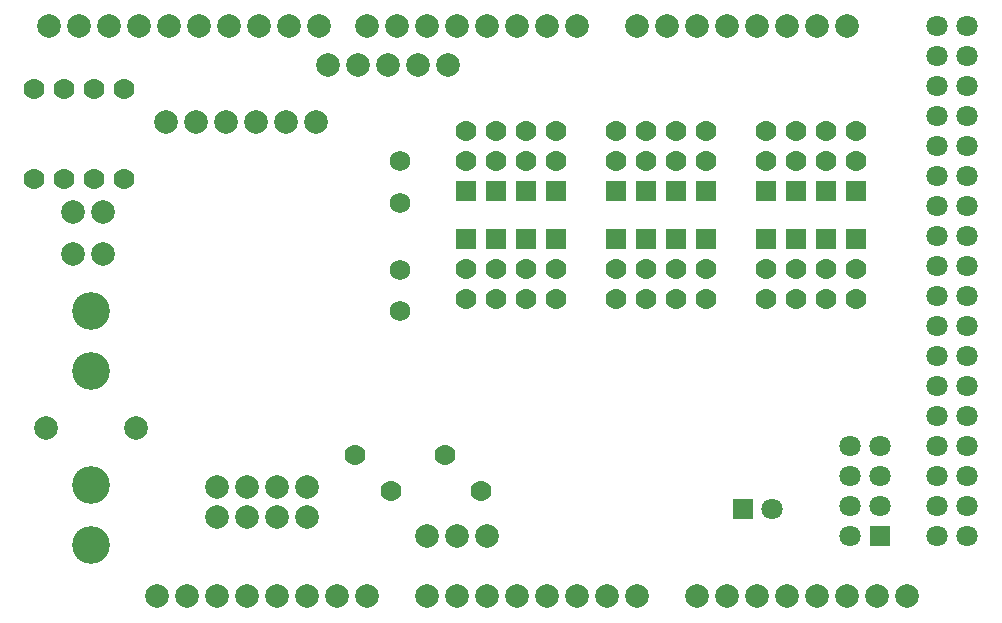
<source format=gts>
G04 ---------------------------- Layer name :TOP SOLDER LAYER*
G04 EasyEDA v5.8.22, Tue, 11 Dec 2018 14:51:01 GMT*
G04 de901bc14a8a460da8383181b7853920*
G04 Gerber Generator version 0.2*
G04 Scale: 100 percent, Rotated: No, Reflected: No *
G04 Dimensions in millimeters *
G04 leading zeros omitted , absolute positions ,3 integer and 3 decimal *
%FSLAX33Y33*%
%MOMM*%
G90*
G71D02*

%ADD30C,1.727200*%
%ADD31C,2.003196*%
%ADD32C,1.803197*%
%ADD33R,1.803197X1.803197*%
%ADD34C,3.203194*%
%ADD35C,1.773199*%
%ADD36R,1.773199X1.773199*%

%LPD*%
G54D30*
G01X33274Y39370D03*
G01X33274Y35852D03*
G54D31*
G01X13462Y42672D03*
G01X16002Y42672D03*
G01X18542Y42672D03*
G01X21082Y42672D03*
G01X23622Y42672D03*
G01X26162Y42672D03*
G01X8636Y50800D03*
G01X6096Y50800D03*
G01X60960Y2540D03*
G01X63500Y2540D03*
G01X66040Y2540D03*
G01X68580Y2540D03*
G01X71120Y2540D03*
G01X73660Y2540D03*
G01X76200Y2540D03*
G01X58420Y2540D03*
G01X55880Y50800D03*
G01X58420Y50800D03*
G01X60960Y50800D03*
G01X63500Y50800D03*
G01X66040Y50800D03*
G01X68580Y50800D03*
G01X71120Y50800D03*
G01X53340Y50800D03*
G01X38100Y2540D03*
G01X40640Y2540D03*
G01X43180Y2540D03*
G01X45720Y2540D03*
G01X48260Y2540D03*
G01X50800Y2540D03*
G01X53340Y2540D03*
G01X35560Y2540D03*
G01X33020Y50800D03*
G01X35560Y50800D03*
G01X38100Y50800D03*
G01X40640Y50800D03*
G01X43180Y50800D03*
G01X45720Y50800D03*
G01X48260Y50800D03*
G01X30480Y50800D03*
G01X11176Y50800D03*
G01X13716Y50800D03*
G01X16256Y50800D03*
G01X18796Y50800D03*
G01X21336Y50800D03*
G01X23876Y50800D03*
G01X26416Y50800D03*
G54D32*
G01X81280Y30480D03*
G01X78740Y30480D03*
G01X81280Y33020D03*
G01X78740Y33020D03*
G01X81280Y35560D03*
G01X78740Y35560D03*
G01X81280Y38100D03*
G01X78740Y38100D03*
G01X81280Y40640D03*
G01X78740Y40640D03*
G01X81280Y43180D03*
G01X78740Y43180D03*
G01X81280Y45720D03*
G01X78740Y45720D03*
G01X81280Y48260D03*
G01X78740Y48260D03*
G01X81280Y10160D03*
G01X78740Y10160D03*
G01X81280Y12700D03*
G01X78740Y12700D03*
G01X81280Y15240D03*
G01X78740Y15240D03*
G01X81280Y17780D03*
G01X78740Y17780D03*
G01X81280Y20320D03*
G01X78740Y20320D03*
G01X81280Y22860D03*
G01X78740Y22860D03*
G01X81280Y25400D03*
G01X78740Y25400D03*
G01X81280Y27940D03*
G01X78740Y27940D03*
G01X78740Y7620D03*
G01X81280Y7620D03*
G01X78740Y50800D03*
G01X81280Y50800D03*
G54D31*
G01X17780Y2540D03*
G01X20320Y2540D03*
G01X22860Y2540D03*
G01X25400Y2540D03*
G01X27940Y2540D03*
G01X30480Y2540D03*
G01X15240Y2540D03*
G01X12700Y2540D03*
G01X3556Y50800D03*
G54D33*
G01X73914Y7620D03*
G54D32*
G01X71374Y7620D03*
G01X73914Y10160D03*
G01X71374Y10160D03*
G01X73914Y12700D03*
G01X71374Y12700D03*
G01X73914Y15240D03*
G01X71374Y15240D03*
G54D34*
G01X7112Y6858D03*
G01X7112Y11938D03*
G01X7112Y21590D03*
G01X7112Y26670D03*
G54D35*
G01X7366Y37846D03*
G01X7366Y45466D03*
G01X32512Y11430D03*
G01X40132Y11430D03*
G01X29464Y14478D03*
G01X37084Y14478D03*
G01X9906Y45466D03*
G01X9906Y37846D03*
G54D30*
G01X33274Y26670D03*
G01X33274Y30187D03*
G54D35*
G01X2286Y45466D03*
G01X2286Y37846D03*
G54D32*
G01X64770Y9906D03*
G54D33*
G01X62270Y9906D03*
G54D35*
G01X4826Y37846D03*
G01X4826Y45466D03*
G01X38862Y41910D03*
G01X38862Y39370D03*
G54D36*
G01X38862Y36830D03*
G54D35*
G01X41402Y41910D03*
G01X41402Y39370D03*
G54D36*
G01X41402Y36830D03*
G54D35*
G01X43942Y41910D03*
G01X43942Y39370D03*
G54D36*
G01X43942Y36830D03*
G54D35*
G01X46482Y41910D03*
G01X46482Y39370D03*
G54D36*
G01X46482Y36830D03*
G54D35*
G01X51562Y41910D03*
G01X51562Y39370D03*
G54D36*
G01X51562Y36830D03*
G54D35*
G01X54102Y41910D03*
G01X54102Y39370D03*
G54D36*
G01X54102Y36830D03*
G54D35*
G01X56642Y41910D03*
G01X56642Y39370D03*
G54D36*
G01X56642Y36830D03*
G54D35*
G01X59182Y41910D03*
G01X59182Y39370D03*
G54D36*
G01X59182Y36830D03*
G54D35*
G01X64262Y41910D03*
G01X64262Y39370D03*
G54D36*
G01X64262Y36830D03*
G54D35*
G01X66802Y41910D03*
G01X66802Y39370D03*
G54D36*
G01X66802Y36830D03*
G54D35*
G01X69342Y41910D03*
G01X69342Y39370D03*
G54D36*
G01X69342Y36830D03*
G54D35*
G01X71882Y41910D03*
G01X71882Y39370D03*
G54D36*
G01X71882Y36830D03*
G54D35*
G01X71882Y27686D03*
G01X71882Y30226D03*
G54D36*
G01X71882Y32766D03*
G54D35*
G01X69342Y27686D03*
G01X69342Y30226D03*
G54D36*
G01X69342Y32766D03*
G54D35*
G01X66802Y27686D03*
G01X66802Y30226D03*
G54D36*
G01X66802Y32766D03*
G54D35*
G01X64262Y27686D03*
G01X64262Y30226D03*
G54D36*
G01X64262Y32766D03*
G54D35*
G01X59182Y27686D03*
G01X59182Y30226D03*
G54D36*
G01X59182Y32766D03*
G54D35*
G01X56642Y27686D03*
G01X56642Y30226D03*
G54D36*
G01X56642Y32766D03*
G54D35*
G01X54102Y27686D03*
G01X54102Y30226D03*
G54D36*
G01X54102Y32766D03*
G54D35*
G01X51562Y27686D03*
G01X51562Y30226D03*
G54D36*
G01X51562Y32766D03*
G54D35*
G01X46482Y27686D03*
G01X46482Y30226D03*
G54D36*
G01X46482Y32766D03*
G54D35*
G01X43942Y27686D03*
G01X43942Y30226D03*
G54D36*
G01X43942Y32766D03*
G54D35*
G01X41402Y27686D03*
G01X41402Y30226D03*
G54D36*
G01X41402Y32766D03*
G54D35*
G01X38862Y27686D03*
G01X38862Y30226D03*
G54D36*
G01X38862Y32766D03*
G54D31*
G01X25400Y9235D03*
G01X22860Y9235D03*
G01X20320Y9235D03*
G01X17780Y9235D03*
G01X25400Y11775D03*
G01X22860Y11775D03*
G01X20320Y11775D03*
G01X17780Y11775D03*
G01X40640Y7620D03*
G01X38100Y7620D03*
G01X35560Y7620D03*
G01X37338Y47498D03*
G01X34798Y47498D03*
G01X32258Y47498D03*
G01X29718Y47498D03*
G01X27178Y47498D03*
G01X10922Y16809D03*
G01X5588Y35052D03*
G01X8128Y35052D03*
G01X3302Y16764D03*
G01X8128Y31496D03*
G01X5588Y31496D03*
M00*
M02*

</source>
